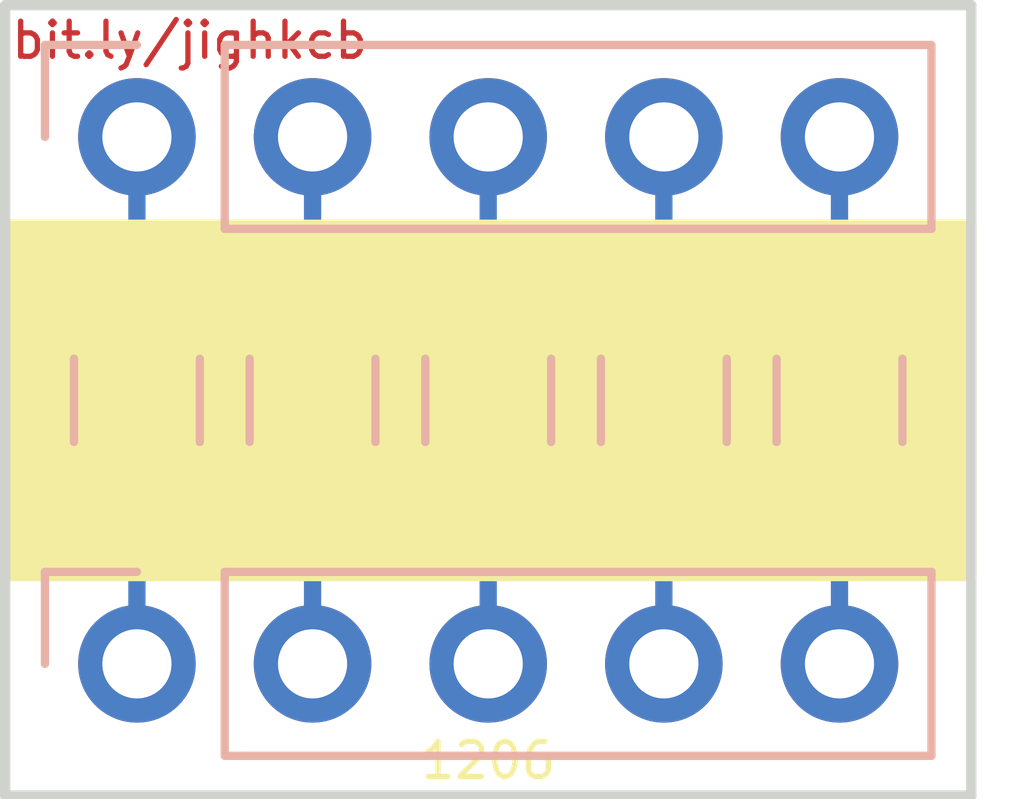
<source format=kicad_pcb>
(kicad_pcb (version 20171130) (host pcbnew 5.0.2-bee76a0~70~ubuntu18.04.1)

  (general
    (thickness 1.6)
    (drawings 7)
    (tracks 10)
    (zones 0)
    (modules 7)
    (nets 11)
  )

  (page A4)
  (layers
    (0 F.Cu signal)
    (31 B.Cu signal)
    (32 B.Adhes user)
    (33 F.Adhes user)
    (34 B.Paste user)
    (35 F.Paste user)
    (36 B.SilkS user)
    (37 F.SilkS user)
    (38 B.Mask user)
    (39 F.Mask user)
    (40 Dwgs.User user)
    (41 Cmts.User user)
    (42 Eco1.User user)
    (43 Eco2.User user)
    (44 Edge.Cuts user)
    (45 Margin user)
    (46 B.CrtYd user)
    (47 F.CrtYd user)
    (48 B.Fab user)
    (49 F.Fab user)
  )

  (setup
    (last_trace_width 0.25)
    (trace_clearance 0.2)
    (zone_clearance 0.508)
    (zone_45_only no)
    (trace_min 0.2)
    (segment_width 0.127)
    (edge_width 0.15)
    (via_size 0.8)
    (via_drill 0.4)
    (via_min_size 0.4)
    (via_min_drill 0.3)
    (uvia_size 0.3)
    (uvia_drill 0.1)
    (uvias_allowed no)
    (uvia_min_size 0.2)
    (uvia_min_drill 0.1)
    (pcb_text_width 0.3)
    (pcb_text_size 1.5 1.5)
    (mod_edge_width 0.15)
    (mod_text_size 1 1)
    (mod_text_width 0.15)
    (pad_size 1.7 1.7)
    (pad_drill 1)
    (pad_to_mask_clearance 0.051)
    (solder_mask_min_width 0.25)
    (aux_axis_origin 0 0)
    (visible_elements FFFFFF7F)
    (pcbplotparams
      (layerselection 0x010f0_ffffffff)
      (usegerberextensions false)
      (usegerberattributes false)
      (usegerberadvancedattributes false)
      (creategerberjobfile false)
      (excludeedgelayer true)
      (linewidth 0.100000)
      (plotframeref false)
      (viasonmask false)
      (mode 1)
      (useauxorigin false)
      (hpglpennumber 1)
      (hpglpenspeed 20)
      (hpglpendiameter 15.000000)
      (psnegative false)
      (psa4output false)
      (plotreference true)
      (plotvalue true)
      (plotinvisibletext false)
      (padsonsilk false)
      (subtractmaskfromsilk false)
      (outputformat 1)
      (mirror false)
      (drillshape 0)
      (scaleselection 1)
      (outputdirectory "sot89-5/"))
  )

  (net 0 "")
  (net 1 "Net-(J8-Pad3)")
  (net 2 "Net-(J8-Pad2)")
  (net 3 "Net-(J8-Pad1)")
  (net 4 "Net-(J6-Pad3)")
  (net 5 "Net-(J6-Pad2)")
  (net 6 "Net-(J6-Pad1)")
  (net 7 "Net-(J8-Pad4)")
  (net 8 "Net-(J6-Pad4)")
  (net 9 "Net-(J6-Pad5)")
  (net 10 "Net-(J8-Pad5)")

  (net_class Default "This is the default net class."
    (clearance 0.2)
    (trace_width 0.25)
    (via_dia 0.8)
    (via_drill 0.4)
    (uvia_dia 0.3)
    (uvia_drill 0.1)
    (add_net "Net-(J6-Pad1)")
    (add_net "Net-(J6-Pad2)")
    (add_net "Net-(J6-Pad3)")
    (add_net "Net-(J6-Pad4)")
    (add_net "Net-(J6-Pad5)")
    (add_net "Net-(J8-Pad1)")
    (add_net "Net-(J8-Pad2)")
    (add_net "Net-(J8-Pad3)")
    (add_net "Net-(J8-Pad4)")
    (add_net "Net-(J8-Pad5)")
  )

  (module Connector_PinHeader_2.54mm:PinHeader_1x05_P2.54mm_Vertical (layer B.Cu) (tedit 5C82B534) (tstamp 5C8BB034)
    (at 25.4 25.4 270)
    (descr "Through hole straight pin header, 1x05, 2.54mm pitch, single row")
    (tags "Through hole pin header THT 1x05 2.54mm single row")
    (path /5C83417E)
    (fp_text reference J6 (at 0 2.33 270) (layer B.SilkS) hide
      (effects (font (size 1 1) (thickness 0.15)) (justify mirror))
    )
    (fp_text value Conn_01x05_Male (at 0 -12.49 270) (layer B.Fab) hide
      (effects (font (size 1 1) (thickness 0.15)) (justify mirror))
    )
    (fp_text user %R (at 0 -5.08 180) (layer B.Fab)
      (effects (font (size 1 1) (thickness 0.15)) (justify mirror))
    )
    (fp_line (start 1.8 1.8) (end -1.8 1.8) (layer B.CrtYd) (width 0.05))
    (fp_line (start 1.8 -11.95) (end 1.8 1.8) (layer B.CrtYd) (width 0.05))
    (fp_line (start -1.8 -11.95) (end 1.8 -11.95) (layer B.CrtYd) (width 0.05))
    (fp_line (start -1.8 1.8) (end -1.8 -11.95) (layer B.CrtYd) (width 0.05))
    (fp_line (start -1.33 1.33) (end 0 1.33) (layer B.SilkS) (width 0.12))
    (fp_line (start -1.33 0) (end -1.33 1.33) (layer B.SilkS) (width 0.12))
    (fp_line (start -1.33 -1.27) (end 1.33 -1.27) (layer B.SilkS) (width 0.12))
    (fp_line (start 1.33 -1.27) (end 1.33 -11.49) (layer B.SilkS) (width 0.12))
    (fp_line (start -1.33 -1.27) (end -1.33 -11.49) (layer B.SilkS) (width 0.12))
    (fp_line (start -1.33 -11.49) (end 1.33 -11.49) (layer B.SilkS) (width 0.12))
    (fp_line (start -1.27 0.635) (end -0.635 1.27) (layer B.Fab) (width 0.1))
    (fp_line (start -1.27 -11.43) (end -1.27 0.635) (layer B.Fab) (width 0.1))
    (fp_line (start 1.27 -11.43) (end -1.27 -11.43) (layer B.Fab) (width 0.1))
    (fp_line (start 1.27 1.27) (end 1.27 -11.43) (layer B.Fab) (width 0.1))
    (fp_line (start -0.635 1.27) (end 1.27 1.27) (layer B.Fab) (width 0.1))
    (pad 5 thru_hole oval (at 0 -10.16 270) (size 1.7 1.7) (drill 1) (layers *.Cu *.Mask)
      (net 9 "Net-(J6-Pad5)"))
    (pad 4 thru_hole oval (at 0 -7.62 270) (size 1.7 1.7) (drill 1) (layers *.Cu *.Mask)
      (net 8 "Net-(J6-Pad4)"))
    (pad 3 thru_hole oval (at 0 -5.08 270) (size 1.7 1.7) (drill 1) (layers *.Cu *.Mask)
      (net 4 "Net-(J6-Pad3)"))
    (pad 2 thru_hole oval (at 0 -2.54 270) (size 1.7 1.7) (drill 1) (layers *.Cu *.Mask)
      (net 5 "Net-(J6-Pad2)"))
    (pad 1 thru_hole circle (at 0 0 270) (size 1.7 1.7) (drill 1) (layers *.Cu *.Mask)
      (net 6 "Net-(J6-Pad1)"))
    (model ${KISYS3DMOD}/Connector_PinHeader_2.54mm.3dshapes/PinHeader_1x05_P2.54mm_Vertical.wrl
      (at (xyz 0 0 0))
      (scale (xyz 1 1 1))
      (rotate (xyz 0 0 0))
    )
  )

  (module Resistor_SMD:R_1206_3216Metric_Pad1.42x1.75mm_HandSolder (layer B.Cu) (tedit 5B301BBD) (tstamp 5C82D5C4)
    (at 30.48 29.21 270)
    (descr "Resistor SMD 1206 (3216 Metric), square (rectangular) end terminal, IPC_7351 nominal with elongated pad for handsoldering. (Body size source: http://www.tortai-tech.com/upload/download/2011102023233369053.pdf), generated with kicad-footprint-generator")
    (tags "resistor handsolder")
    (path /5C85B3F5)
    (attr smd)
    (fp_text reference R3 (at 0 1.82 270) (layer B.SilkS) hide
      (effects (font (size 1 1) (thickness 0.15)) (justify mirror))
    )
    (fp_text value R (at 0 -1.82 270) (layer B.Fab)
      (effects (font (size 1 1) (thickness 0.15)) (justify mirror))
    )
    (fp_text user %R (at 0 0 270) (layer B.Fab)
      (effects (font (size 0.8 0.8) (thickness 0.12)) (justify mirror))
    )
    (fp_line (start 2.45 -1.12) (end -2.45 -1.12) (layer B.CrtYd) (width 0.05))
    (fp_line (start 2.45 1.12) (end 2.45 -1.12) (layer B.CrtYd) (width 0.05))
    (fp_line (start -2.45 1.12) (end 2.45 1.12) (layer B.CrtYd) (width 0.05))
    (fp_line (start -2.45 -1.12) (end -2.45 1.12) (layer B.CrtYd) (width 0.05))
    (fp_line (start -0.602064 -0.91) (end 0.602064 -0.91) (layer B.SilkS) (width 0.12))
    (fp_line (start -0.602064 0.91) (end 0.602064 0.91) (layer B.SilkS) (width 0.12))
    (fp_line (start 1.6 -0.8) (end -1.6 -0.8) (layer B.Fab) (width 0.1))
    (fp_line (start 1.6 0.8) (end 1.6 -0.8) (layer B.Fab) (width 0.1))
    (fp_line (start -1.6 0.8) (end 1.6 0.8) (layer B.Fab) (width 0.1))
    (fp_line (start -1.6 -0.8) (end -1.6 0.8) (layer B.Fab) (width 0.1))
    (pad 2 smd roundrect (at 1.4875 0 270) (size 1.425 1.75) (layers B.Cu B.Paste B.Mask) (roundrect_rratio 0.175439)
      (net 1 "Net-(J8-Pad3)"))
    (pad 1 smd roundrect (at -1.4875 0 270) (size 1.425 1.75) (layers B.Cu B.Paste B.Mask) (roundrect_rratio 0.175439)
      (net 4 "Net-(J6-Pad3)"))
    (model ${KISYS3DMOD}/Resistor_SMD.3dshapes/R_1206_3216Metric.wrl
      (at (xyz 0 0 0))
      (scale (xyz 1 1 1))
      (rotate (xyz 0 0 0))
    )
  )

  (module Resistor_SMD:R_1206_3216Metric_Pad1.42x1.75mm_HandSolder (layer B.Cu) (tedit 5B301BBD) (tstamp 5C82D609)
    (at 27.94 29.21 270)
    (descr "Resistor SMD 1206 (3216 Metric), square (rectangular) end terminal, IPC_7351 nominal with elongated pad for handsoldering. (Body size source: http://www.tortai-tech.com/upload/download/2011102023233369053.pdf), generated with kicad-footprint-generator")
    (tags "resistor handsolder")
    (path /5C84E414)
    (attr smd)
    (fp_text reference R2 (at 0 1.82 270) (layer B.SilkS) hide
      (effects (font (size 1 1) (thickness 0.15)) (justify mirror))
    )
    (fp_text value R (at 0 -1.82 270) (layer B.Fab)
      (effects (font (size 1 1) (thickness 0.15)) (justify mirror))
    )
    (fp_text user %R (at 0 0 270) (layer B.Fab)
      (effects (font (size 0.8 0.8) (thickness 0.12)) (justify mirror))
    )
    (fp_line (start 2.45 -1.12) (end -2.45 -1.12) (layer B.CrtYd) (width 0.05))
    (fp_line (start 2.45 1.12) (end 2.45 -1.12) (layer B.CrtYd) (width 0.05))
    (fp_line (start -2.45 1.12) (end 2.45 1.12) (layer B.CrtYd) (width 0.05))
    (fp_line (start -2.45 -1.12) (end -2.45 1.12) (layer B.CrtYd) (width 0.05))
    (fp_line (start -0.602064 -0.91) (end 0.602064 -0.91) (layer B.SilkS) (width 0.12))
    (fp_line (start -0.602064 0.91) (end 0.602064 0.91) (layer B.SilkS) (width 0.12))
    (fp_line (start 1.6 -0.8) (end -1.6 -0.8) (layer B.Fab) (width 0.1))
    (fp_line (start 1.6 0.8) (end 1.6 -0.8) (layer B.Fab) (width 0.1))
    (fp_line (start -1.6 0.8) (end 1.6 0.8) (layer B.Fab) (width 0.1))
    (fp_line (start -1.6 -0.8) (end -1.6 0.8) (layer B.Fab) (width 0.1))
    (pad 2 smd roundrect (at 1.4875 0 270) (size 1.425 1.75) (layers B.Cu B.Paste B.Mask) (roundrect_rratio 0.175439)
      (net 2 "Net-(J8-Pad2)"))
    (pad 1 smd roundrect (at -1.4875 0 270) (size 1.425 1.75) (layers B.Cu B.Paste B.Mask) (roundrect_rratio 0.175439)
      (net 5 "Net-(J6-Pad2)"))
    (model ${KISYS3DMOD}/Resistor_SMD.3dshapes/R_1206_3216Metric.wrl
      (at (xyz 0 0 0))
      (scale (xyz 1 1 1))
      (rotate (xyz 0 0 0))
    )
  )

  (module Resistor_SMD:R_1206_3216Metric_Pad1.42x1.75mm_HandSolder (layer B.Cu) (tedit 5B301BBD) (tstamp 5C82D639)
    (at 35.56 29.21 270)
    (descr "Resistor SMD 1206 (3216 Metric), square (rectangular) end terminal, IPC_7351 nominal with elongated pad for handsoldering. (Body size source: http://www.tortai-tech.com/upload/download/2011102023233369053.pdf), generated with kicad-footprint-generator")
    (tags "resistor handsolder")
    (path /5C8753BD)
    (attr smd)
    (fp_text reference R5 (at 0 1.82 270) (layer B.SilkS) hide
      (effects (font (size 1 1) (thickness 0.15)) (justify mirror))
    )
    (fp_text value R (at 0 -1.82 270) (layer B.Fab)
      (effects (font (size 1 1) (thickness 0.15)) (justify mirror))
    )
    (fp_text user %R (at 0 0 270) (layer B.Fab)
      (effects (font (size 0.8 0.8) (thickness 0.12)) (justify mirror))
    )
    (fp_line (start 2.45 -1.12) (end -2.45 -1.12) (layer B.CrtYd) (width 0.05))
    (fp_line (start 2.45 1.12) (end 2.45 -1.12) (layer B.CrtYd) (width 0.05))
    (fp_line (start -2.45 1.12) (end 2.45 1.12) (layer B.CrtYd) (width 0.05))
    (fp_line (start -2.45 -1.12) (end -2.45 1.12) (layer B.CrtYd) (width 0.05))
    (fp_line (start -0.602064 -0.91) (end 0.602064 -0.91) (layer B.SilkS) (width 0.12))
    (fp_line (start -0.602064 0.91) (end 0.602064 0.91) (layer B.SilkS) (width 0.12))
    (fp_line (start 1.6 -0.8) (end -1.6 -0.8) (layer B.Fab) (width 0.1))
    (fp_line (start 1.6 0.8) (end 1.6 -0.8) (layer B.Fab) (width 0.1))
    (fp_line (start -1.6 0.8) (end 1.6 0.8) (layer B.Fab) (width 0.1))
    (fp_line (start -1.6 -0.8) (end -1.6 0.8) (layer B.Fab) (width 0.1))
    (pad 2 smd roundrect (at 1.4875 0 270) (size 1.425 1.75) (layers B.Cu B.Paste B.Mask) (roundrect_rratio 0.175439)
      (net 10 "Net-(J8-Pad5)"))
    (pad 1 smd roundrect (at -1.4875 0 270) (size 1.425 1.75) (layers B.Cu B.Paste B.Mask) (roundrect_rratio 0.175439)
      (net 9 "Net-(J6-Pad5)"))
    (model ${KISYS3DMOD}/Resistor_SMD.3dshapes/R_1206_3216Metric.wrl
      (at (xyz 0 0 0))
      (scale (xyz 1 1 1))
      (rotate (xyz 0 0 0))
    )
  )

  (module Connector_PinHeader_2.54mm:PinHeader_1x05_P2.54mm_Vertical (layer B.Cu) (tedit 5C82B52B) (tstamp 5C8BB064)
    (at 25.4 33.02 270)
    (descr "Through hole straight pin header, 1x05, 2.54mm pitch, single row")
    (tags "Through hole pin header THT 1x05 2.54mm single row")
    (path /5C834234)
    (fp_text reference J8 (at 0 2.33 270) (layer B.SilkS) hide
      (effects (font (size 1 1) (thickness 0.15)) (justify mirror))
    )
    (fp_text value Conn_01x05_Male (at 0 -12.49 270) (layer B.Fab) hide
      (effects (font (size 1 1) (thickness 0.15)) (justify mirror))
    )
    (fp_text user %R (at 0 -5.08 180) (layer B.Fab)
      (effects (font (size 1 1) (thickness 0.15)) (justify mirror))
    )
    (fp_line (start 1.8 1.8) (end -1.8 1.8) (layer B.CrtYd) (width 0.05))
    (fp_line (start 1.8 -11.95) (end 1.8 1.8) (layer B.CrtYd) (width 0.05))
    (fp_line (start -1.8 -11.95) (end 1.8 -11.95) (layer B.CrtYd) (width 0.05))
    (fp_line (start -1.8 1.8) (end -1.8 -11.95) (layer B.CrtYd) (width 0.05))
    (fp_line (start -1.33 1.33) (end 0 1.33) (layer B.SilkS) (width 0.12))
    (fp_line (start -1.33 0) (end -1.33 1.33) (layer B.SilkS) (width 0.12))
    (fp_line (start -1.33 -1.27) (end 1.33 -1.27) (layer B.SilkS) (width 0.12))
    (fp_line (start 1.33 -1.27) (end 1.33 -11.49) (layer B.SilkS) (width 0.12))
    (fp_line (start -1.33 -1.27) (end -1.33 -11.49) (layer B.SilkS) (width 0.12))
    (fp_line (start -1.33 -11.49) (end 1.33 -11.49) (layer B.SilkS) (width 0.12))
    (fp_line (start -1.27 0.635) (end -0.635 1.27) (layer B.Fab) (width 0.1))
    (fp_line (start -1.27 -11.43) (end -1.27 0.635) (layer B.Fab) (width 0.1))
    (fp_line (start 1.27 -11.43) (end -1.27 -11.43) (layer B.Fab) (width 0.1))
    (fp_line (start 1.27 1.27) (end 1.27 -11.43) (layer B.Fab) (width 0.1))
    (fp_line (start -0.635 1.27) (end 1.27 1.27) (layer B.Fab) (width 0.1))
    (pad 5 thru_hole oval (at 0 -10.16 270) (size 1.7 1.7) (drill 1) (layers *.Cu *.Mask)
      (net 10 "Net-(J8-Pad5)"))
    (pad 4 thru_hole oval (at 0 -7.62 270) (size 1.7 1.7) (drill 1) (layers *.Cu *.Mask)
      (net 7 "Net-(J8-Pad4)"))
    (pad 3 thru_hole oval (at 0 -5.08 270) (size 1.7 1.7) (drill 1) (layers *.Cu *.Mask)
      (net 1 "Net-(J8-Pad3)"))
    (pad 2 thru_hole oval (at 0 -2.54 270) (size 1.7 1.7) (drill 1) (layers *.Cu *.Mask)
      (net 2 "Net-(J8-Pad2)"))
    (pad 1 thru_hole circle (at 0 0 270) (size 1.7 1.7) (drill 1) (layers *.Cu *.Mask)
      (net 3 "Net-(J8-Pad1)"))
    (model ${KISYS3DMOD}/Connector_PinHeader_2.54mm.3dshapes/PinHeader_1x05_P2.54mm_Vertical.wrl
      (at (xyz 0 0 0))
      (scale (xyz 1 1 1))
      (rotate (xyz 0 0 0))
    )
  )

  (module Resistor_SMD:R_1206_3216Metric_Pad1.42x1.75mm_HandSolder (layer B.Cu) (tedit 5B301BBD) (tstamp 5C82D69F)
    (at 33.02 29.21 270)
    (descr "Resistor SMD 1206 (3216 Metric), square (rectangular) end terminal, IPC_7351 nominal with elongated pad for handsoldering. (Body size source: http://www.tortai-tech.com/upload/download/2011102023233369053.pdf), generated with kicad-footprint-generator")
    (tags "resistor handsolder")
    (path /5C8683D8)
    (attr smd)
    (fp_text reference R4 (at 0 1.82 270) (layer B.SilkS) hide
      (effects (font (size 1 1) (thickness 0.15)) (justify mirror))
    )
    (fp_text value R (at 0 -1.82 270) (layer B.Fab)
      (effects (font (size 1 1) (thickness 0.15)) (justify mirror))
    )
    (fp_text user %R (at 0 0 270) (layer B.Fab)
      (effects (font (size 0.8 0.8) (thickness 0.12)) (justify mirror))
    )
    (fp_line (start 2.45 -1.12) (end -2.45 -1.12) (layer B.CrtYd) (width 0.05))
    (fp_line (start 2.45 1.12) (end 2.45 -1.12) (layer B.CrtYd) (width 0.05))
    (fp_line (start -2.45 1.12) (end 2.45 1.12) (layer B.CrtYd) (width 0.05))
    (fp_line (start -2.45 -1.12) (end -2.45 1.12) (layer B.CrtYd) (width 0.05))
    (fp_line (start -0.602064 -0.91) (end 0.602064 -0.91) (layer B.SilkS) (width 0.12))
    (fp_line (start -0.602064 0.91) (end 0.602064 0.91) (layer B.SilkS) (width 0.12))
    (fp_line (start 1.6 -0.8) (end -1.6 -0.8) (layer B.Fab) (width 0.1))
    (fp_line (start 1.6 0.8) (end 1.6 -0.8) (layer B.Fab) (width 0.1))
    (fp_line (start -1.6 0.8) (end 1.6 0.8) (layer B.Fab) (width 0.1))
    (fp_line (start -1.6 -0.8) (end -1.6 0.8) (layer B.Fab) (width 0.1))
    (pad 2 smd roundrect (at 1.4875 0 270) (size 1.425 1.75) (layers B.Cu B.Paste B.Mask) (roundrect_rratio 0.175439)
      (net 7 "Net-(J8-Pad4)"))
    (pad 1 smd roundrect (at -1.4875 0 270) (size 1.425 1.75) (layers B.Cu B.Paste B.Mask) (roundrect_rratio 0.175439)
      (net 8 "Net-(J6-Pad4)"))
    (model ${KISYS3DMOD}/Resistor_SMD.3dshapes/R_1206_3216Metric.wrl
      (at (xyz 0 0 0))
      (scale (xyz 1 1 1))
      (rotate (xyz 0 0 0))
    )
  )

  (module Resistor_SMD:R_1206_3216Metric_Pad1.42x1.75mm_HandSolder (layer B.Cu) (tedit 5B301BBD) (tstamp 5C82D669)
    (at 25.4 29.21 270)
    (descr "Resistor SMD 1206 (3216 Metric), square (rectangular) end terminal, IPC_7351 nominal with elongated pad for handsoldering. (Body size source: http://www.tortai-tech.com/upload/download/2011102023233369053.pdf), generated with kicad-footprint-generator")
    (tags "resistor handsolder")
    (path /5C84E20F)
    (attr smd)
    (fp_text reference R1 (at 0 1.82 270) (layer B.SilkS) hide
      (effects (font (size 1 1) (thickness 0.15)) (justify mirror))
    )
    (fp_text value R (at 0 -1.82 270) (layer B.Fab)
      (effects (font (size 1 1) (thickness 0.15)) (justify mirror))
    )
    (fp_text user %R (at 0 0 270) (layer B.Fab)
      (effects (font (size 0.8 0.8) (thickness 0.12)) (justify mirror))
    )
    (fp_line (start 2.45 -1.12) (end -2.45 -1.12) (layer B.CrtYd) (width 0.05))
    (fp_line (start 2.45 1.12) (end 2.45 -1.12) (layer B.CrtYd) (width 0.05))
    (fp_line (start -2.45 1.12) (end 2.45 1.12) (layer B.CrtYd) (width 0.05))
    (fp_line (start -2.45 -1.12) (end -2.45 1.12) (layer B.CrtYd) (width 0.05))
    (fp_line (start -0.602064 -0.91) (end 0.602064 -0.91) (layer B.SilkS) (width 0.12))
    (fp_line (start -0.602064 0.91) (end 0.602064 0.91) (layer B.SilkS) (width 0.12))
    (fp_line (start 1.6 -0.8) (end -1.6 -0.8) (layer B.Fab) (width 0.1))
    (fp_line (start 1.6 0.8) (end 1.6 -0.8) (layer B.Fab) (width 0.1))
    (fp_line (start -1.6 0.8) (end 1.6 0.8) (layer B.Fab) (width 0.1))
    (fp_line (start -1.6 -0.8) (end -1.6 0.8) (layer B.Fab) (width 0.1))
    (pad 2 smd roundrect (at 1.4875 0 270) (size 1.425 1.75) (layers B.Cu B.Paste B.Mask) (roundrect_rratio 0.175439)
      (net 3 "Net-(J8-Pad1)"))
    (pad 1 smd roundrect (at -1.4875 0 270) (size 1.425 1.75) (layers B.Cu B.Paste B.Mask) (roundrect_rratio 0.175439)
      (net 6 "Net-(J6-Pad1)"))
    (model ${KISYS3DMOD}/Resistor_SMD.3dshapes/R_1206_3216Metric.wrl
      (at (xyz 0 0 0))
      (scale (xyz 1 1 1))
      (rotate (xyz 0 0 0))
    )
  )

  (gr_text bit.ly/jighkcb (at 26.162 24.003) (layer F.Cu) (tstamp 5C832BED)
    (effects (font (size 0.508 0.508) (thickness 0.0762)))
  )
  (gr_poly (pts (xy 23.495 26.67) (xy 37.465 26.67) (xy 37.465 31.75) (xy 23.495 31.75)) (layer F.SilkS) (width 0.15))
  (gr_line (start 23.495 23.495) (end 23.495 34.925) (layer Edge.Cuts) (width 0.15) (tstamp 5C7F0EF6))
  (gr_line (start 23.495 34.925) (end 37.465 34.925) (layer Edge.Cuts) (width 0.15) (tstamp 5C7F0F4D))
  (gr_line (start 37.465 34.925) (end 37.465 23.495) (layer Edge.Cuts) (width 0.15) (tstamp 5C7F0F4B))
  (gr_text 1206 (at 30.48 34.417) (layer F.SilkS) (tstamp 5C7F0F4C)
    (effects (font (size 0.508 0.508) (thickness 0.0762)))
  )
  (gr_line (start 23.495 23.495) (end 37.465 23.495) (layer Edge.Cuts) (width 0.15) (tstamp 5C7F0EF5))

  (segment (start 30.48 30.6975) (end 30.48 33.02) (width 0.25) (layer B.Cu) (net 1))
  (segment (start 27.94 30.6975) (end 27.94 33.02) (width 0.25) (layer B.Cu) (net 2))
  (segment (start 25.4 30.6975) (end 25.4 33.02) (width 0.25) (layer B.Cu) (net 3))
  (segment (start 30.48 27.7225) (end 30.48 25.4) (width 0.25) (layer B.Cu) (net 4))
  (segment (start 27.94 27.7225) (end 27.94 25.4) (width 0.25) (layer B.Cu) (net 5))
  (segment (start 25.4 27.7225) (end 25.4 25.4) (width 0.25) (layer B.Cu) (net 6))
  (segment (start 33.02 30.6975) (end 33.02 33.02) (width 0.25) (layer B.Cu) (net 7))
  (segment (start 33.02 27.7225) (end 33.02 25.4) (width 0.25) (layer B.Cu) (net 8))
  (segment (start 35.56 27.7225) (end 35.56 25.4) (width 0.25) (layer B.Cu) (net 9))
  (segment (start 35.56 30.6975) (end 35.56 33.02) (width 0.25) (layer B.Cu) (net 10))

)

</source>
